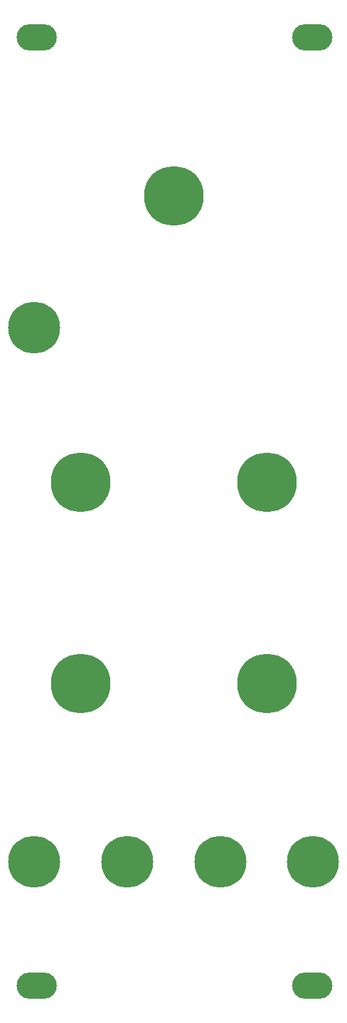
<source format=gts>
G04 #@! TF.GenerationSoftware,KiCad,Pcbnew,(5.0.0-rc2)*
G04 #@! TF.CreationDate,2020-07-08T20:57:09+03:00*
G04 #@! TF.ProjectId,VCFPNL2,564346504E4C322E6B696361645F7063,rev?*
G04 #@! TF.SameCoordinates,PX2500a80PY82a7440*
G04 #@! TF.FileFunction,Soldermask,Top*
G04 #@! TF.FilePolarity,Negative*
%FSLAX46Y46*%
G04 Gerber Fmt 4.6, Leading zero omitted, Abs format (unit mm)*
G04 Created by KiCad (PCBNEW (5.0.0-rc2)) date Wed Jul  8 20:57:09 2020*
%MOMM*%
%LPD*%
G01*
G04 APERTURE LIST*
%ADD10C,7.700000*%
%ADD11C,6.700000*%
%ADD12O,5.200000X3.400000*%
G04 APERTURE END LIST*
D10*
G04 #@! TO.C,Ref\002A\002A*
X37200000Y42000000D03*
G04 #@! TD*
G04 #@! TO.C,Ref\002A\002A*
X13200000Y42000000D03*
G04 #@! TD*
G04 #@! TO.C,Ref\002A\002A*
X13200000Y42000000D03*
G04 #@! TD*
G04 #@! TO.C,Ref\002A\002A*
X37200000Y68000000D03*
G04 #@! TD*
G04 #@! TO.C,Ref\002A\002A*
X13200000Y68000000D03*
G04 #@! TD*
G04 #@! TO.C,Ref\002A\002A*
X25200000Y105000000D03*
G04 #@! TD*
D11*
G04 #@! TO.C,Ref\002A\002A*
X7200000Y88000000D03*
G04 #@! TD*
D12*
G04 #@! TO.C,X*
X43100000Y125500000D03*
G04 #@! TD*
G04 #@! TO.C,X*
X7500000Y125500000D03*
G04 #@! TD*
G04 #@! TO.C,X*
X43100000Y3000000D03*
G04 #@! TD*
G04 #@! TO.C,X*
X7500000Y3000000D03*
G04 #@! TD*
D11*
G04 #@! TO.C,Ref\002A\002A*
X7200000Y19000000D03*
G04 #@! TD*
G04 #@! TO.C,Ref\002A\002A*
X19200000Y19000000D03*
G04 #@! TD*
G04 #@! TO.C,Ref\002A\002A*
X31200000Y19000000D03*
G04 #@! TD*
G04 #@! TO.C,Ref\002A\002A*
X43200000Y19000000D03*
G04 #@! TD*
M02*

</source>
